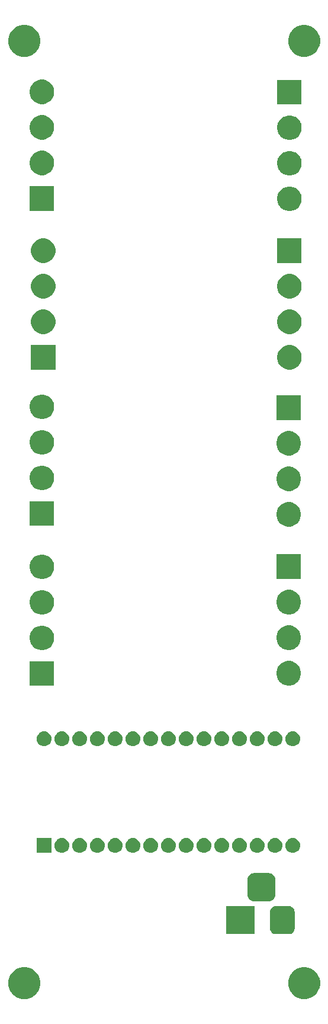
<source format=gbs>
G04 #@! TF.GenerationSoftware,KiCad,Pcbnew,(5.1.4)-1*
G04 #@! TF.CreationDate,2020-09-21T14:40:53+02:00*
G04 #@! TF.ProjectId,triggerbox,74726967-6765-4726-926f-782e6b696361,rev?*
G04 #@! TF.SameCoordinates,Original*
G04 #@! TF.FileFunction,Soldermask,Bot*
G04 #@! TF.FilePolarity,Negative*
%FSLAX46Y46*%
G04 Gerber Fmt 4.6, Leading zero omitted, Abs format (unit mm)*
G04 Created by KiCad (PCBNEW (5.1.4)-1) date 2020-09-21 14:40:53*
%MOMM*%
%LPD*%
G04 APERTURE LIST*
%ADD10C,0.150000*%
G04 APERTURE END LIST*
D10*
G36*
X92666801Y-161801849D02*
G01*
X93082825Y-161974172D01*
X93082827Y-161974173D01*
X93457240Y-162224348D01*
X93775652Y-162542760D01*
X94025827Y-162917173D01*
X94025828Y-162917175D01*
X94198151Y-163333199D01*
X94286000Y-163774847D01*
X94286000Y-164225153D01*
X94198151Y-164666801D01*
X94025828Y-165082825D01*
X94025827Y-165082827D01*
X93775652Y-165457240D01*
X93457240Y-165775652D01*
X93082827Y-166025827D01*
X93082826Y-166025828D01*
X93082825Y-166025828D01*
X92666801Y-166198151D01*
X92225153Y-166286000D01*
X91774847Y-166286000D01*
X91333199Y-166198151D01*
X90917175Y-166025828D01*
X90917174Y-166025828D01*
X90917173Y-166025827D01*
X90542760Y-165775652D01*
X90224348Y-165457240D01*
X89974173Y-165082827D01*
X89974172Y-165082825D01*
X89801849Y-164666801D01*
X89714000Y-164225153D01*
X89714000Y-163774847D01*
X89801849Y-163333199D01*
X89974172Y-162917175D01*
X89974173Y-162917173D01*
X90224348Y-162542760D01*
X90542760Y-162224348D01*
X90917173Y-161974173D01*
X90917175Y-161974172D01*
X91333199Y-161801849D01*
X91774847Y-161714000D01*
X92225153Y-161714000D01*
X92666801Y-161801849D01*
X92666801Y-161801849D01*
G37*
G36*
X52666801Y-161801849D02*
G01*
X53082825Y-161974172D01*
X53082827Y-161974173D01*
X53457240Y-162224348D01*
X53775652Y-162542760D01*
X54025827Y-162917173D01*
X54025828Y-162917175D01*
X54198151Y-163333199D01*
X54286000Y-163774847D01*
X54286000Y-164225153D01*
X54198151Y-164666801D01*
X54025828Y-165082825D01*
X54025827Y-165082827D01*
X53775652Y-165457240D01*
X53457240Y-165775652D01*
X53082827Y-166025827D01*
X53082826Y-166025828D01*
X53082825Y-166025828D01*
X52666801Y-166198151D01*
X52225153Y-166286000D01*
X51774847Y-166286000D01*
X51333199Y-166198151D01*
X50917175Y-166025828D01*
X50917174Y-166025828D01*
X50917173Y-166025827D01*
X50542760Y-165775652D01*
X50224348Y-165457240D01*
X49974173Y-165082827D01*
X49974172Y-165082825D01*
X49801849Y-164666801D01*
X49714000Y-164225153D01*
X49714000Y-163774847D01*
X49801849Y-163333199D01*
X49974172Y-162917175D01*
X49974173Y-162917173D01*
X50224348Y-162542760D01*
X50542760Y-162224348D01*
X50917173Y-161974173D01*
X50917175Y-161974172D01*
X51333199Y-161801849D01*
X51774847Y-161714000D01*
X52225153Y-161714000D01*
X52666801Y-161801849D01*
X52666801Y-161801849D01*
G37*
G36*
X89998281Y-153012243D02*
G01*
X90150967Y-153058560D01*
X90291675Y-153133770D01*
X90415011Y-153234989D01*
X90516230Y-153358325D01*
X90591440Y-153499033D01*
X90637757Y-153651719D01*
X90654000Y-153816640D01*
X90654000Y-156183360D01*
X90637757Y-156348281D01*
X90591440Y-156500967D01*
X90516230Y-156641675D01*
X90415011Y-156765011D01*
X90291675Y-156866230D01*
X90150967Y-156941440D01*
X89998281Y-156987757D01*
X89833360Y-157004000D01*
X87966640Y-157004000D01*
X87801719Y-156987757D01*
X87649033Y-156941440D01*
X87508325Y-156866230D01*
X87384989Y-156765011D01*
X87283770Y-156641675D01*
X87208560Y-156500967D01*
X87162243Y-156348281D01*
X87146000Y-156183360D01*
X87146000Y-153816640D01*
X87162243Y-153651719D01*
X87208560Y-153499033D01*
X87283770Y-153358325D01*
X87384989Y-153234989D01*
X87508325Y-153133770D01*
X87649033Y-153058560D01*
X87801719Y-153012243D01*
X87966640Y-152996000D01*
X89833360Y-152996000D01*
X89998281Y-153012243D01*
X89998281Y-153012243D01*
G37*
G36*
X84904000Y-157004000D02*
G01*
X80896000Y-157004000D01*
X80896000Y-152996000D01*
X84904000Y-152996000D01*
X84904000Y-157004000D01*
X84904000Y-157004000D01*
G37*
G36*
X87147667Y-148314645D02*
G01*
X87323803Y-148368075D01*
X87486121Y-148454836D01*
X87628399Y-148571601D01*
X87745164Y-148713879D01*
X87831925Y-148876197D01*
X87885355Y-149052333D01*
X87904000Y-149241640D01*
X87904000Y-151358360D01*
X87885355Y-151547667D01*
X87831925Y-151723803D01*
X87745164Y-151886121D01*
X87628399Y-152028399D01*
X87486121Y-152145164D01*
X87323803Y-152231925D01*
X87147667Y-152285355D01*
X86958360Y-152304000D01*
X84841640Y-152304000D01*
X84652333Y-152285355D01*
X84476197Y-152231925D01*
X84313879Y-152145164D01*
X84171601Y-152028399D01*
X84054836Y-151886121D01*
X83968075Y-151723803D01*
X83914645Y-151547667D01*
X83896000Y-151358360D01*
X83896000Y-149241640D01*
X83914645Y-149052333D01*
X83968075Y-148876197D01*
X84054836Y-148713879D01*
X84171601Y-148571601D01*
X84313879Y-148454836D01*
X84476197Y-148368075D01*
X84652333Y-148314645D01*
X84841640Y-148296000D01*
X86958360Y-148296000D01*
X87147667Y-148314645D01*
X87147667Y-148314645D01*
G37*
G36*
X72703388Y-143291084D02*
G01*
X72806620Y-143301251D01*
X73005300Y-143361520D01*
X73005303Y-143361521D01*
X73188403Y-143459390D01*
X73348897Y-143591103D01*
X73480610Y-143751597D01*
X73578479Y-143934697D01*
X73578480Y-143934700D01*
X73638749Y-144133380D01*
X73659099Y-144340000D01*
X73638749Y-144546620D01*
X73578480Y-144745300D01*
X73578479Y-144745303D01*
X73480610Y-144928403D01*
X73348897Y-145088897D01*
X73188403Y-145220610D01*
X73005303Y-145318479D01*
X73005300Y-145318480D01*
X72806620Y-145378749D01*
X72703388Y-145388916D01*
X72651773Y-145394000D01*
X72548227Y-145394000D01*
X72496612Y-145388916D01*
X72393380Y-145378749D01*
X72194700Y-145318480D01*
X72194697Y-145318479D01*
X72011597Y-145220610D01*
X71851103Y-145088897D01*
X71719390Y-144928403D01*
X71621521Y-144745303D01*
X71621520Y-144745300D01*
X71561251Y-144546620D01*
X71540901Y-144340000D01*
X71561251Y-144133380D01*
X71621520Y-143934700D01*
X71621521Y-143934697D01*
X71719390Y-143751597D01*
X71851103Y-143591103D01*
X72011597Y-143459390D01*
X72194697Y-143361521D01*
X72194700Y-143361520D01*
X72393380Y-143301251D01*
X72496612Y-143291084D01*
X72548227Y-143286000D01*
X72651773Y-143286000D01*
X72703388Y-143291084D01*
X72703388Y-143291084D01*
G37*
G36*
X90483388Y-143291084D02*
G01*
X90586620Y-143301251D01*
X90785300Y-143361520D01*
X90785303Y-143361521D01*
X90968403Y-143459390D01*
X91128897Y-143591103D01*
X91260610Y-143751597D01*
X91358479Y-143934697D01*
X91358480Y-143934700D01*
X91418749Y-144133380D01*
X91439099Y-144340000D01*
X91418749Y-144546620D01*
X91358480Y-144745300D01*
X91358479Y-144745303D01*
X91260610Y-144928403D01*
X91128897Y-145088897D01*
X90968403Y-145220610D01*
X90785303Y-145318479D01*
X90785300Y-145318480D01*
X90586620Y-145378749D01*
X90483388Y-145388916D01*
X90431773Y-145394000D01*
X90328227Y-145394000D01*
X90276612Y-145388916D01*
X90173380Y-145378749D01*
X89974700Y-145318480D01*
X89974697Y-145318479D01*
X89791597Y-145220610D01*
X89631103Y-145088897D01*
X89499390Y-144928403D01*
X89401521Y-144745303D01*
X89401520Y-144745300D01*
X89341251Y-144546620D01*
X89320901Y-144340000D01*
X89341251Y-144133380D01*
X89401520Y-143934700D01*
X89401521Y-143934697D01*
X89499390Y-143751597D01*
X89631103Y-143591103D01*
X89791597Y-143459390D01*
X89974697Y-143361521D01*
X89974700Y-143361520D01*
X90173380Y-143301251D01*
X90276612Y-143291084D01*
X90328227Y-143286000D01*
X90431773Y-143286000D01*
X90483388Y-143291084D01*
X90483388Y-143291084D01*
G37*
G36*
X87943388Y-143291084D02*
G01*
X88046620Y-143301251D01*
X88245300Y-143361520D01*
X88245303Y-143361521D01*
X88428403Y-143459390D01*
X88588897Y-143591103D01*
X88720610Y-143751597D01*
X88818479Y-143934697D01*
X88818480Y-143934700D01*
X88878749Y-144133380D01*
X88899099Y-144340000D01*
X88878749Y-144546620D01*
X88818480Y-144745300D01*
X88818479Y-144745303D01*
X88720610Y-144928403D01*
X88588897Y-145088897D01*
X88428403Y-145220610D01*
X88245303Y-145318479D01*
X88245300Y-145318480D01*
X88046620Y-145378749D01*
X87943388Y-145388916D01*
X87891773Y-145394000D01*
X87788227Y-145394000D01*
X87736612Y-145388916D01*
X87633380Y-145378749D01*
X87434700Y-145318480D01*
X87434697Y-145318479D01*
X87251597Y-145220610D01*
X87091103Y-145088897D01*
X86959390Y-144928403D01*
X86861521Y-144745303D01*
X86861520Y-144745300D01*
X86801251Y-144546620D01*
X86780901Y-144340000D01*
X86801251Y-144133380D01*
X86861520Y-143934700D01*
X86861521Y-143934697D01*
X86959390Y-143751597D01*
X87091103Y-143591103D01*
X87251597Y-143459390D01*
X87434697Y-143361521D01*
X87434700Y-143361520D01*
X87633380Y-143301251D01*
X87736612Y-143291084D01*
X87788227Y-143286000D01*
X87891773Y-143286000D01*
X87943388Y-143291084D01*
X87943388Y-143291084D01*
G37*
G36*
X85403388Y-143291084D02*
G01*
X85506620Y-143301251D01*
X85705300Y-143361520D01*
X85705303Y-143361521D01*
X85888403Y-143459390D01*
X86048897Y-143591103D01*
X86180610Y-143751597D01*
X86278479Y-143934697D01*
X86278480Y-143934700D01*
X86338749Y-144133380D01*
X86359099Y-144340000D01*
X86338749Y-144546620D01*
X86278480Y-144745300D01*
X86278479Y-144745303D01*
X86180610Y-144928403D01*
X86048897Y-145088897D01*
X85888403Y-145220610D01*
X85705303Y-145318479D01*
X85705300Y-145318480D01*
X85506620Y-145378749D01*
X85403388Y-145388916D01*
X85351773Y-145394000D01*
X85248227Y-145394000D01*
X85196612Y-145388916D01*
X85093380Y-145378749D01*
X84894700Y-145318480D01*
X84894697Y-145318479D01*
X84711597Y-145220610D01*
X84551103Y-145088897D01*
X84419390Y-144928403D01*
X84321521Y-144745303D01*
X84321520Y-144745300D01*
X84261251Y-144546620D01*
X84240901Y-144340000D01*
X84261251Y-144133380D01*
X84321520Y-143934700D01*
X84321521Y-143934697D01*
X84419390Y-143751597D01*
X84551103Y-143591103D01*
X84711597Y-143459390D01*
X84894697Y-143361521D01*
X84894700Y-143361520D01*
X85093380Y-143301251D01*
X85196612Y-143291084D01*
X85248227Y-143286000D01*
X85351773Y-143286000D01*
X85403388Y-143291084D01*
X85403388Y-143291084D01*
G37*
G36*
X82863388Y-143291084D02*
G01*
X82966620Y-143301251D01*
X83165300Y-143361520D01*
X83165303Y-143361521D01*
X83348403Y-143459390D01*
X83508897Y-143591103D01*
X83640610Y-143751597D01*
X83738479Y-143934697D01*
X83738480Y-143934700D01*
X83798749Y-144133380D01*
X83819099Y-144340000D01*
X83798749Y-144546620D01*
X83738480Y-144745300D01*
X83738479Y-144745303D01*
X83640610Y-144928403D01*
X83508897Y-145088897D01*
X83348403Y-145220610D01*
X83165303Y-145318479D01*
X83165300Y-145318480D01*
X82966620Y-145378749D01*
X82863388Y-145388916D01*
X82811773Y-145394000D01*
X82708227Y-145394000D01*
X82656612Y-145388916D01*
X82553380Y-145378749D01*
X82354700Y-145318480D01*
X82354697Y-145318479D01*
X82171597Y-145220610D01*
X82011103Y-145088897D01*
X81879390Y-144928403D01*
X81781521Y-144745303D01*
X81781520Y-144745300D01*
X81721251Y-144546620D01*
X81700901Y-144340000D01*
X81721251Y-144133380D01*
X81781520Y-143934700D01*
X81781521Y-143934697D01*
X81879390Y-143751597D01*
X82011103Y-143591103D01*
X82171597Y-143459390D01*
X82354697Y-143361521D01*
X82354700Y-143361520D01*
X82553380Y-143301251D01*
X82656612Y-143291084D01*
X82708227Y-143286000D01*
X82811773Y-143286000D01*
X82863388Y-143291084D01*
X82863388Y-143291084D01*
G37*
G36*
X77783388Y-143291084D02*
G01*
X77886620Y-143301251D01*
X78085300Y-143361520D01*
X78085303Y-143361521D01*
X78268403Y-143459390D01*
X78428897Y-143591103D01*
X78560610Y-143751597D01*
X78658479Y-143934697D01*
X78658480Y-143934700D01*
X78718749Y-144133380D01*
X78739099Y-144340000D01*
X78718749Y-144546620D01*
X78658480Y-144745300D01*
X78658479Y-144745303D01*
X78560610Y-144928403D01*
X78428897Y-145088897D01*
X78268403Y-145220610D01*
X78085303Y-145318479D01*
X78085300Y-145318480D01*
X77886620Y-145378749D01*
X77783388Y-145388916D01*
X77731773Y-145394000D01*
X77628227Y-145394000D01*
X77576612Y-145388916D01*
X77473380Y-145378749D01*
X77274700Y-145318480D01*
X77274697Y-145318479D01*
X77091597Y-145220610D01*
X76931103Y-145088897D01*
X76799390Y-144928403D01*
X76701521Y-144745303D01*
X76701520Y-144745300D01*
X76641251Y-144546620D01*
X76620901Y-144340000D01*
X76641251Y-144133380D01*
X76701520Y-143934700D01*
X76701521Y-143934697D01*
X76799390Y-143751597D01*
X76931103Y-143591103D01*
X77091597Y-143459390D01*
X77274697Y-143361521D01*
X77274700Y-143361520D01*
X77473380Y-143301251D01*
X77576612Y-143291084D01*
X77628227Y-143286000D01*
X77731773Y-143286000D01*
X77783388Y-143291084D01*
X77783388Y-143291084D01*
G37*
G36*
X75243388Y-143291084D02*
G01*
X75346620Y-143301251D01*
X75545300Y-143361520D01*
X75545303Y-143361521D01*
X75728403Y-143459390D01*
X75888897Y-143591103D01*
X76020610Y-143751597D01*
X76118479Y-143934697D01*
X76118480Y-143934700D01*
X76178749Y-144133380D01*
X76199099Y-144340000D01*
X76178749Y-144546620D01*
X76118480Y-144745300D01*
X76118479Y-144745303D01*
X76020610Y-144928403D01*
X75888897Y-145088897D01*
X75728403Y-145220610D01*
X75545303Y-145318479D01*
X75545300Y-145318480D01*
X75346620Y-145378749D01*
X75243388Y-145388916D01*
X75191773Y-145394000D01*
X75088227Y-145394000D01*
X75036612Y-145388916D01*
X74933380Y-145378749D01*
X74734700Y-145318480D01*
X74734697Y-145318479D01*
X74551597Y-145220610D01*
X74391103Y-145088897D01*
X74259390Y-144928403D01*
X74161521Y-144745303D01*
X74161520Y-144745300D01*
X74101251Y-144546620D01*
X74080901Y-144340000D01*
X74101251Y-144133380D01*
X74161520Y-143934700D01*
X74161521Y-143934697D01*
X74259390Y-143751597D01*
X74391103Y-143591103D01*
X74551597Y-143459390D01*
X74734697Y-143361521D01*
X74734700Y-143361520D01*
X74933380Y-143301251D01*
X75036612Y-143291084D01*
X75088227Y-143286000D01*
X75191773Y-143286000D01*
X75243388Y-143291084D01*
X75243388Y-143291084D01*
G37*
G36*
X70163388Y-143291084D02*
G01*
X70266620Y-143301251D01*
X70465300Y-143361520D01*
X70465303Y-143361521D01*
X70648403Y-143459390D01*
X70808897Y-143591103D01*
X70940610Y-143751597D01*
X71038479Y-143934697D01*
X71038480Y-143934700D01*
X71098749Y-144133380D01*
X71119099Y-144340000D01*
X71098749Y-144546620D01*
X71038480Y-144745300D01*
X71038479Y-144745303D01*
X70940610Y-144928403D01*
X70808897Y-145088897D01*
X70648403Y-145220610D01*
X70465303Y-145318479D01*
X70465300Y-145318480D01*
X70266620Y-145378749D01*
X70163388Y-145388916D01*
X70111773Y-145394000D01*
X70008227Y-145394000D01*
X69956612Y-145388916D01*
X69853380Y-145378749D01*
X69654700Y-145318480D01*
X69654697Y-145318479D01*
X69471597Y-145220610D01*
X69311103Y-145088897D01*
X69179390Y-144928403D01*
X69081521Y-144745303D01*
X69081520Y-144745300D01*
X69021251Y-144546620D01*
X69000901Y-144340000D01*
X69021251Y-144133380D01*
X69081520Y-143934700D01*
X69081521Y-143934697D01*
X69179390Y-143751597D01*
X69311103Y-143591103D01*
X69471597Y-143459390D01*
X69654697Y-143361521D01*
X69654700Y-143361520D01*
X69853380Y-143301251D01*
X69956612Y-143291084D01*
X70008227Y-143286000D01*
X70111773Y-143286000D01*
X70163388Y-143291084D01*
X70163388Y-143291084D01*
G37*
G36*
X67623388Y-143291084D02*
G01*
X67726620Y-143301251D01*
X67925300Y-143361520D01*
X67925303Y-143361521D01*
X68108403Y-143459390D01*
X68268897Y-143591103D01*
X68400610Y-143751597D01*
X68498479Y-143934697D01*
X68498480Y-143934700D01*
X68558749Y-144133380D01*
X68579099Y-144340000D01*
X68558749Y-144546620D01*
X68498480Y-144745300D01*
X68498479Y-144745303D01*
X68400610Y-144928403D01*
X68268897Y-145088897D01*
X68108403Y-145220610D01*
X67925303Y-145318479D01*
X67925300Y-145318480D01*
X67726620Y-145378749D01*
X67623388Y-145388916D01*
X67571773Y-145394000D01*
X67468227Y-145394000D01*
X67416612Y-145388916D01*
X67313380Y-145378749D01*
X67114700Y-145318480D01*
X67114697Y-145318479D01*
X66931597Y-145220610D01*
X66771103Y-145088897D01*
X66639390Y-144928403D01*
X66541521Y-144745303D01*
X66541520Y-144745300D01*
X66481251Y-144546620D01*
X66460901Y-144340000D01*
X66481251Y-144133380D01*
X66541520Y-143934700D01*
X66541521Y-143934697D01*
X66639390Y-143751597D01*
X66771103Y-143591103D01*
X66931597Y-143459390D01*
X67114697Y-143361521D01*
X67114700Y-143361520D01*
X67313380Y-143301251D01*
X67416612Y-143291084D01*
X67468227Y-143286000D01*
X67571773Y-143286000D01*
X67623388Y-143291084D01*
X67623388Y-143291084D01*
G37*
G36*
X65083388Y-143291084D02*
G01*
X65186620Y-143301251D01*
X65385300Y-143361520D01*
X65385303Y-143361521D01*
X65568403Y-143459390D01*
X65728897Y-143591103D01*
X65860610Y-143751597D01*
X65958479Y-143934697D01*
X65958480Y-143934700D01*
X66018749Y-144133380D01*
X66039099Y-144340000D01*
X66018749Y-144546620D01*
X65958480Y-144745300D01*
X65958479Y-144745303D01*
X65860610Y-144928403D01*
X65728897Y-145088897D01*
X65568403Y-145220610D01*
X65385303Y-145318479D01*
X65385300Y-145318480D01*
X65186620Y-145378749D01*
X65083388Y-145388916D01*
X65031773Y-145394000D01*
X64928227Y-145394000D01*
X64876612Y-145388916D01*
X64773380Y-145378749D01*
X64574700Y-145318480D01*
X64574697Y-145318479D01*
X64391597Y-145220610D01*
X64231103Y-145088897D01*
X64099390Y-144928403D01*
X64001521Y-144745303D01*
X64001520Y-144745300D01*
X63941251Y-144546620D01*
X63920901Y-144340000D01*
X63941251Y-144133380D01*
X64001520Y-143934700D01*
X64001521Y-143934697D01*
X64099390Y-143751597D01*
X64231103Y-143591103D01*
X64391597Y-143459390D01*
X64574697Y-143361521D01*
X64574700Y-143361520D01*
X64773380Y-143301251D01*
X64876612Y-143291084D01*
X64928227Y-143286000D01*
X65031773Y-143286000D01*
X65083388Y-143291084D01*
X65083388Y-143291084D01*
G37*
G36*
X62543388Y-143291084D02*
G01*
X62646620Y-143301251D01*
X62845300Y-143361520D01*
X62845303Y-143361521D01*
X63028403Y-143459390D01*
X63188897Y-143591103D01*
X63320610Y-143751597D01*
X63418479Y-143934697D01*
X63418480Y-143934700D01*
X63478749Y-144133380D01*
X63499099Y-144340000D01*
X63478749Y-144546620D01*
X63418480Y-144745300D01*
X63418479Y-144745303D01*
X63320610Y-144928403D01*
X63188897Y-145088897D01*
X63028403Y-145220610D01*
X62845303Y-145318479D01*
X62845300Y-145318480D01*
X62646620Y-145378749D01*
X62543388Y-145388916D01*
X62491773Y-145394000D01*
X62388227Y-145394000D01*
X62336612Y-145388916D01*
X62233380Y-145378749D01*
X62034700Y-145318480D01*
X62034697Y-145318479D01*
X61851597Y-145220610D01*
X61691103Y-145088897D01*
X61559390Y-144928403D01*
X61461521Y-144745303D01*
X61461520Y-144745300D01*
X61401251Y-144546620D01*
X61380901Y-144340000D01*
X61401251Y-144133380D01*
X61461520Y-143934700D01*
X61461521Y-143934697D01*
X61559390Y-143751597D01*
X61691103Y-143591103D01*
X61851597Y-143459390D01*
X62034697Y-143361521D01*
X62034700Y-143361520D01*
X62233380Y-143301251D01*
X62336612Y-143291084D01*
X62388227Y-143286000D01*
X62491773Y-143286000D01*
X62543388Y-143291084D01*
X62543388Y-143291084D01*
G37*
G36*
X80323388Y-143291084D02*
G01*
X80426620Y-143301251D01*
X80625300Y-143361520D01*
X80625303Y-143361521D01*
X80808403Y-143459390D01*
X80968897Y-143591103D01*
X81100610Y-143751597D01*
X81198479Y-143934697D01*
X81198480Y-143934700D01*
X81258749Y-144133380D01*
X81279099Y-144340000D01*
X81258749Y-144546620D01*
X81198480Y-144745300D01*
X81198479Y-144745303D01*
X81100610Y-144928403D01*
X80968897Y-145088897D01*
X80808403Y-145220610D01*
X80625303Y-145318479D01*
X80625300Y-145318480D01*
X80426620Y-145378749D01*
X80323388Y-145388916D01*
X80271773Y-145394000D01*
X80168227Y-145394000D01*
X80116612Y-145388916D01*
X80013380Y-145378749D01*
X79814700Y-145318480D01*
X79814697Y-145318479D01*
X79631597Y-145220610D01*
X79471103Y-145088897D01*
X79339390Y-144928403D01*
X79241521Y-144745303D01*
X79241520Y-144745300D01*
X79181251Y-144546620D01*
X79160901Y-144340000D01*
X79181251Y-144133380D01*
X79241520Y-143934700D01*
X79241521Y-143934697D01*
X79339390Y-143751597D01*
X79471103Y-143591103D01*
X79631597Y-143459390D01*
X79814697Y-143361521D01*
X79814700Y-143361520D01*
X80013380Y-143301251D01*
X80116612Y-143291084D01*
X80168227Y-143286000D01*
X80271773Y-143286000D01*
X80323388Y-143291084D01*
X80323388Y-143291084D01*
G37*
G36*
X57463388Y-143291084D02*
G01*
X57566620Y-143301251D01*
X57765300Y-143361520D01*
X57765303Y-143361521D01*
X57948403Y-143459390D01*
X58108897Y-143591103D01*
X58240610Y-143751597D01*
X58338479Y-143934697D01*
X58338480Y-143934700D01*
X58398749Y-144133380D01*
X58419099Y-144340000D01*
X58398749Y-144546620D01*
X58338480Y-144745300D01*
X58338479Y-144745303D01*
X58240610Y-144928403D01*
X58108897Y-145088897D01*
X57948403Y-145220610D01*
X57765303Y-145318479D01*
X57765300Y-145318480D01*
X57566620Y-145378749D01*
X57463388Y-145388916D01*
X57411773Y-145394000D01*
X57308227Y-145394000D01*
X57256612Y-145388916D01*
X57153380Y-145378749D01*
X56954700Y-145318480D01*
X56954697Y-145318479D01*
X56771597Y-145220610D01*
X56611103Y-145088897D01*
X56479390Y-144928403D01*
X56381521Y-144745303D01*
X56381520Y-144745300D01*
X56321251Y-144546620D01*
X56300901Y-144340000D01*
X56321251Y-144133380D01*
X56381520Y-143934700D01*
X56381521Y-143934697D01*
X56479390Y-143751597D01*
X56611103Y-143591103D01*
X56771597Y-143459390D01*
X56954697Y-143361521D01*
X56954700Y-143361520D01*
X57153380Y-143301251D01*
X57256612Y-143291084D01*
X57308227Y-143286000D01*
X57411773Y-143286000D01*
X57463388Y-143291084D01*
X57463388Y-143291084D01*
G37*
G36*
X60003388Y-143291084D02*
G01*
X60106620Y-143301251D01*
X60305300Y-143361520D01*
X60305303Y-143361521D01*
X60488403Y-143459390D01*
X60648897Y-143591103D01*
X60780610Y-143751597D01*
X60878479Y-143934697D01*
X60878480Y-143934700D01*
X60938749Y-144133380D01*
X60959099Y-144340000D01*
X60938749Y-144546620D01*
X60878480Y-144745300D01*
X60878479Y-144745303D01*
X60780610Y-144928403D01*
X60648897Y-145088897D01*
X60488403Y-145220610D01*
X60305303Y-145318479D01*
X60305300Y-145318480D01*
X60106620Y-145378749D01*
X60003388Y-145388916D01*
X59951773Y-145394000D01*
X59848227Y-145394000D01*
X59796612Y-145388916D01*
X59693380Y-145378749D01*
X59494700Y-145318480D01*
X59494697Y-145318479D01*
X59311597Y-145220610D01*
X59151103Y-145088897D01*
X59019390Y-144928403D01*
X58921521Y-144745303D01*
X58921520Y-144745300D01*
X58861251Y-144546620D01*
X58840901Y-144340000D01*
X58861251Y-144133380D01*
X58921520Y-143934700D01*
X58921521Y-143934697D01*
X59019390Y-143751597D01*
X59151103Y-143591103D01*
X59311597Y-143459390D01*
X59494697Y-143361521D01*
X59494700Y-143361520D01*
X59693380Y-143301251D01*
X59796612Y-143291084D01*
X59848227Y-143286000D01*
X59951773Y-143286000D01*
X60003388Y-143291084D01*
X60003388Y-143291084D01*
G37*
G36*
X55874000Y-145394000D02*
G01*
X53766000Y-145394000D01*
X53766000Y-143286000D01*
X55874000Y-143286000D01*
X55874000Y-145394000D01*
X55874000Y-145394000D01*
G37*
G36*
X54923388Y-128051084D02*
G01*
X55026620Y-128061251D01*
X55225300Y-128121520D01*
X55225303Y-128121521D01*
X55408403Y-128219390D01*
X55568897Y-128351103D01*
X55700610Y-128511597D01*
X55798479Y-128694697D01*
X55798480Y-128694700D01*
X55858749Y-128893380D01*
X55879099Y-129100000D01*
X55858749Y-129306620D01*
X55798480Y-129505300D01*
X55798479Y-129505303D01*
X55700610Y-129688403D01*
X55568897Y-129848897D01*
X55408403Y-129980610D01*
X55225303Y-130078479D01*
X55225300Y-130078480D01*
X55026620Y-130138749D01*
X54923388Y-130148916D01*
X54871773Y-130154000D01*
X54768227Y-130154000D01*
X54716612Y-130148916D01*
X54613380Y-130138749D01*
X54414700Y-130078480D01*
X54414697Y-130078479D01*
X54231597Y-129980610D01*
X54071103Y-129848897D01*
X53939390Y-129688403D01*
X53841521Y-129505303D01*
X53841520Y-129505300D01*
X53781251Y-129306620D01*
X53760901Y-129100000D01*
X53781251Y-128893380D01*
X53841520Y-128694700D01*
X53841521Y-128694697D01*
X53939390Y-128511597D01*
X54071103Y-128351103D01*
X54231597Y-128219390D01*
X54414697Y-128121521D01*
X54414700Y-128121520D01*
X54613380Y-128061251D01*
X54716612Y-128051084D01*
X54768227Y-128046000D01*
X54871773Y-128046000D01*
X54923388Y-128051084D01*
X54923388Y-128051084D01*
G37*
G36*
X57463388Y-128051084D02*
G01*
X57566620Y-128061251D01*
X57765300Y-128121520D01*
X57765303Y-128121521D01*
X57948403Y-128219390D01*
X58108897Y-128351103D01*
X58240610Y-128511597D01*
X58338479Y-128694697D01*
X58338480Y-128694700D01*
X58398749Y-128893380D01*
X58419099Y-129100000D01*
X58398749Y-129306620D01*
X58338480Y-129505300D01*
X58338479Y-129505303D01*
X58240610Y-129688403D01*
X58108897Y-129848897D01*
X57948403Y-129980610D01*
X57765303Y-130078479D01*
X57765300Y-130078480D01*
X57566620Y-130138749D01*
X57463388Y-130148916D01*
X57411773Y-130154000D01*
X57308227Y-130154000D01*
X57256612Y-130148916D01*
X57153380Y-130138749D01*
X56954700Y-130078480D01*
X56954697Y-130078479D01*
X56771597Y-129980610D01*
X56611103Y-129848897D01*
X56479390Y-129688403D01*
X56381521Y-129505303D01*
X56381520Y-129505300D01*
X56321251Y-129306620D01*
X56300901Y-129100000D01*
X56321251Y-128893380D01*
X56381520Y-128694700D01*
X56381521Y-128694697D01*
X56479390Y-128511597D01*
X56611103Y-128351103D01*
X56771597Y-128219390D01*
X56954697Y-128121521D01*
X56954700Y-128121520D01*
X57153380Y-128061251D01*
X57256612Y-128051084D01*
X57308227Y-128046000D01*
X57411773Y-128046000D01*
X57463388Y-128051084D01*
X57463388Y-128051084D01*
G37*
G36*
X60003388Y-128051084D02*
G01*
X60106620Y-128061251D01*
X60305300Y-128121520D01*
X60305303Y-128121521D01*
X60488403Y-128219390D01*
X60648897Y-128351103D01*
X60780610Y-128511597D01*
X60878479Y-128694697D01*
X60878480Y-128694700D01*
X60938749Y-128893380D01*
X60959099Y-129100000D01*
X60938749Y-129306620D01*
X60878480Y-129505300D01*
X60878479Y-129505303D01*
X60780610Y-129688403D01*
X60648897Y-129848897D01*
X60488403Y-129980610D01*
X60305303Y-130078479D01*
X60305300Y-130078480D01*
X60106620Y-130138749D01*
X60003388Y-130148916D01*
X59951773Y-130154000D01*
X59848227Y-130154000D01*
X59796612Y-130148916D01*
X59693380Y-130138749D01*
X59494700Y-130078480D01*
X59494697Y-130078479D01*
X59311597Y-129980610D01*
X59151103Y-129848897D01*
X59019390Y-129688403D01*
X58921521Y-129505303D01*
X58921520Y-129505300D01*
X58861251Y-129306620D01*
X58840901Y-129100000D01*
X58861251Y-128893380D01*
X58921520Y-128694700D01*
X58921521Y-128694697D01*
X59019390Y-128511597D01*
X59151103Y-128351103D01*
X59311597Y-128219390D01*
X59494697Y-128121521D01*
X59494700Y-128121520D01*
X59693380Y-128061251D01*
X59796612Y-128051084D01*
X59848227Y-128046000D01*
X59951773Y-128046000D01*
X60003388Y-128051084D01*
X60003388Y-128051084D01*
G37*
G36*
X62543388Y-128051084D02*
G01*
X62646620Y-128061251D01*
X62845300Y-128121520D01*
X62845303Y-128121521D01*
X63028403Y-128219390D01*
X63188897Y-128351103D01*
X63320610Y-128511597D01*
X63418479Y-128694697D01*
X63418480Y-128694700D01*
X63478749Y-128893380D01*
X63499099Y-129100000D01*
X63478749Y-129306620D01*
X63418480Y-129505300D01*
X63418479Y-129505303D01*
X63320610Y-129688403D01*
X63188897Y-129848897D01*
X63028403Y-129980610D01*
X62845303Y-130078479D01*
X62845300Y-130078480D01*
X62646620Y-130138749D01*
X62543388Y-130148916D01*
X62491773Y-130154000D01*
X62388227Y-130154000D01*
X62336612Y-130148916D01*
X62233380Y-130138749D01*
X62034700Y-130078480D01*
X62034697Y-130078479D01*
X61851597Y-129980610D01*
X61691103Y-129848897D01*
X61559390Y-129688403D01*
X61461521Y-129505303D01*
X61461520Y-129505300D01*
X61401251Y-129306620D01*
X61380901Y-129100000D01*
X61401251Y-128893380D01*
X61461520Y-128694700D01*
X61461521Y-128694697D01*
X61559390Y-128511597D01*
X61691103Y-128351103D01*
X61851597Y-128219390D01*
X62034697Y-128121521D01*
X62034700Y-128121520D01*
X62233380Y-128061251D01*
X62336612Y-128051084D01*
X62388227Y-128046000D01*
X62491773Y-128046000D01*
X62543388Y-128051084D01*
X62543388Y-128051084D01*
G37*
G36*
X90483388Y-128051084D02*
G01*
X90586620Y-128061251D01*
X90785300Y-128121520D01*
X90785303Y-128121521D01*
X90968403Y-128219390D01*
X91128897Y-128351103D01*
X91260610Y-128511597D01*
X91358479Y-128694697D01*
X91358480Y-128694700D01*
X91418749Y-128893380D01*
X91439099Y-129100000D01*
X91418749Y-129306620D01*
X91358480Y-129505300D01*
X91358479Y-129505303D01*
X91260610Y-129688403D01*
X91128897Y-129848897D01*
X90968403Y-129980610D01*
X90785303Y-130078479D01*
X90785300Y-130078480D01*
X90586620Y-130138749D01*
X90483388Y-130148916D01*
X90431773Y-130154000D01*
X90328227Y-130154000D01*
X90276612Y-130148916D01*
X90173380Y-130138749D01*
X89974700Y-130078480D01*
X89974697Y-130078479D01*
X89791597Y-129980610D01*
X89631103Y-129848897D01*
X89499390Y-129688403D01*
X89401521Y-129505303D01*
X89401520Y-129505300D01*
X89341251Y-129306620D01*
X89320901Y-129100000D01*
X89341251Y-128893380D01*
X89401520Y-128694700D01*
X89401521Y-128694697D01*
X89499390Y-128511597D01*
X89631103Y-128351103D01*
X89791597Y-128219390D01*
X89974697Y-128121521D01*
X89974700Y-128121520D01*
X90173380Y-128061251D01*
X90276612Y-128051084D01*
X90328227Y-128046000D01*
X90431773Y-128046000D01*
X90483388Y-128051084D01*
X90483388Y-128051084D01*
G37*
G36*
X65083388Y-128051084D02*
G01*
X65186620Y-128061251D01*
X65385300Y-128121520D01*
X65385303Y-128121521D01*
X65568403Y-128219390D01*
X65728897Y-128351103D01*
X65860610Y-128511597D01*
X65958479Y-128694697D01*
X65958480Y-128694700D01*
X66018749Y-128893380D01*
X66039099Y-129100000D01*
X66018749Y-129306620D01*
X65958480Y-129505300D01*
X65958479Y-129505303D01*
X65860610Y-129688403D01*
X65728897Y-129848897D01*
X65568403Y-129980610D01*
X65385303Y-130078479D01*
X65385300Y-130078480D01*
X65186620Y-130138749D01*
X65083388Y-130148916D01*
X65031773Y-130154000D01*
X64928227Y-130154000D01*
X64876612Y-130148916D01*
X64773380Y-130138749D01*
X64574700Y-130078480D01*
X64574697Y-130078479D01*
X64391597Y-129980610D01*
X64231103Y-129848897D01*
X64099390Y-129688403D01*
X64001521Y-129505303D01*
X64001520Y-129505300D01*
X63941251Y-129306620D01*
X63920901Y-129100000D01*
X63941251Y-128893380D01*
X64001520Y-128694700D01*
X64001521Y-128694697D01*
X64099390Y-128511597D01*
X64231103Y-128351103D01*
X64391597Y-128219390D01*
X64574697Y-128121521D01*
X64574700Y-128121520D01*
X64773380Y-128061251D01*
X64876612Y-128051084D01*
X64928227Y-128046000D01*
X65031773Y-128046000D01*
X65083388Y-128051084D01*
X65083388Y-128051084D01*
G37*
G36*
X87943388Y-128051084D02*
G01*
X88046620Y-128061251D01*
X88245300Y-128121520D01*
X88245303Y-128121521D01*
X88428403Y-128219390D01*
X88588897Y-128351103D01*
X88720610Y-128511597D01*
X88818479Y-128694697D01*
X88818480Y-128694700D01*
X88878749Y-128893380D01*
X88899099Y-129100000D01*
X88878749Y-129306620D01*
X88818480Y-129505300D01*
X88818479Y-129505303D01*
X88720610Y-129688403D01*
X88588897Y-129848897D01*
X88428403Y-129980610D01*
X88245303Y-130078479D01*
X88245300Y-130078480D01*
X88046620Y-130138749D01*
X87943388Y-130148916D01*
X87891773Y-130154000D01*
X87788227Y-130154000D01*
X87736612Y-130148916D01*
X87633380Y-130138749D01*
X87434700Y-130078480D01*
X87434697Y-130078479D01*
X87251597Y-129980610D01*
X87091103Y-129848897D01*
X86959390Y-129688403D01*
X86861521Y-129505303D01*
X86861520Y-129505300D01*
X86801251Y-129306620D01*
X86780901Y-129100000D01*
X86801251Y-128893380D01*
X86861520Y-128694700D01*
X86861521Y-128694697D01*
X86959390Y-128511597D01*
X87091103Y-128351103D01*
X87251597Y-128219390D01*
X87434697Y-128121521D01*
X87434700Y-128121520D01*
X87633380Y-128061251D01*
X87736612Y-128051084D01*
X87788227Y-128046000D01*
X87891773Y-128046000D01*
X87943388Y-128051084D01*
X87943388Y-128051084D01*
G37*
G36*
X72703388Y-128051084D02*
G01*
X72806620Y-128061251D01*
X73005300Y-128121520D01*
X73005303Y-128121521D01*
X73188403Y-128219390D01*
X73348897Y-128351103D01*
X73480610Y-128511597D01*
X73578479Y-128694697D01*
X73578480Y-128694700D01*
X73638749Y-128893380D01*
X73659099Y-129100000D01*
X73638749Y-129306620D01*
X73578480Y-129505300D01*
X73578479Y-129505303D01*
X73480610Y-129688403D01*
X73348897Y-129848897D01*
X73188403Y-129980610D01*
X73005303Y-130078479D01*
X73005300Y-130078480D01*
X72806620Y-130138749D01*
X72703388Y-130148916D01*
X72651773Y-130154000D01*
X72548227Y-130154000D01*
X72496612Y-130148916D01*
X72393380Y-130138749D01*
X72194700Y-130078480D01*
X72194697Y-130078479D01*
X72011597Y-129980610D01*
X71851103Y-129848897D01*
X71719390Y-129688403D01*
X71621521Y-129505303D01*
X71621520Y-129505300D01*
X71561251Y-129306620D01*
X71540901Y-129100000D01*
X71561251Y-128893380D01*
X71621520Y-128694700D01*
X71621521Y-128694697D01*
X71719390Y-128511597D01*
X71851103Y-128351103D01*
X72011597Y-128219390D01*
X72194697Y-128121521D01*
X72194700Y-128121520D01*
X72393380Y-128061251D01*
X72496612Y-128051084D01*
X72548227Y-128046000D01*
X72651773Y-128046000D01*
X72703388Y-128051084D01*
X72703388Y-128051084D01*
G37*
G36*
X85403388Y-128051084D02*
G01*
X85506620Y-128061251D01*
X85705300Y-128121520D01*
X85705303Y-128121521D01*
X85888403Y-128219390D01*
X86048897Y-128351103D01*
X86180610Y-128511597D01*
X86278479Y-128694697D01*
X86278480Y-128694700D01*
X86338749Y-128893380D01*
X86359099Y-129100000D01*
X86338749Y-129306620D01*
X86278480Y-129505300D01*
X86278479Y-129505303D01*
X86180610Y-129688403D01*
X86048897Y-129848897D01*
X85888403Y-129980610D01*
X85705303Y-130078479D01*
X85705300Y-130078480D01*
X85506620Y-130138749D01*
X85403388Y-130148916D01*
X85351773Y-130154000D01*
X85248227Y-130154000D01*
X85196612Y-130148916D01*
X85093380Y-130138749D01*
X84894700Y-130078480D01*
X84894697Y-130078479D01*
X84711597Y-129980610D01*
X84551103Y-129848897D01*
X84419390Y-129688403D01*
X84321521Y-129505303D01*
X84321520Y-129505300D01*
X84261251Y-129306620D01*
X84240901Y-129100000D01*
X84261251Y-128893380D01*
X84321520Y-128694700D01*
X84321521Y-128694697D01*
X84419390Y-128511597D01*
X84551103Y-128351103D01*
X84711597Y-128219390D01*
X84894697Y-128121521D01*
X84894700Y-128121520D01*
X85093380Y-128061251D01*
X85196612Y-128051084D01*
X85248227Y-128046000D01*
X85351773Y-128046000D01*
X85403388Y-128051084D01*
X85403388Y-128051084D01*
G37*
G36*
X75243388Y-128051084D02*
G01*
X75346620Y-128061251D01*
X75545300Y-128121520D01*
X75545303Y-128121521D01*
X75728403Y-128219390D01*
X75888897Y-128351103D01*
X76020610Y-128511597D01*
X76118479Y-128694697D01*
X76118480Y-128694700D01*
X76178749Y-128893380D01*
X76199099Y-129100000D01*
X76178749Y-129306620D01*
X76118480Y-129505300D01*
X76118479Y-129505303D01*
X76020610Y-129688403D01*
X75888897Y-129848897D01*
X75728403Y-129980610D01*
X75545303Y-130078479D01*
X75545300Y-130078480D01*
X75346620Y-130138749D01*
X75243388Y-130148916D01*
X75191773Y-130154000D01*
X75088227Y-130154000D01*
X75036612Y-130148916D01*
X74933380Y-130138749D01*
X74734700Y-130078480D01*
X74734697Y-130078479D01*
X74551597Y-129980610D01*
X74391103Y-129848897D01*
X74259390Y-129688403D01*
X74161521Y-129505303D01*
X74161520Y-129505300D01*
X74101251Y-129306620D01*
X74080901Y-129100000D01*
X74101251Y-128893380D01*
X74161520Y-128694700D01*
X74161521Y-128694697D01*
X74259390Y-128511597D01*
X74391103Y-128351103D01*
X74551597Y-128219390D01*
X74734697Y-128121521D01*
X74734700Y-128121520D01*
X74933380Y-128061251D01*
X75036612Y-128051084D01*
X75088227Y-128046000D01*
X75191773Y-128046000D01*
X75243388Y-128051084D01*
X75243388Y-128051084D01*
G37*
G36*
X70163388Y-128051084D02*
G01*
X70266620Y-128061251D01*
X70465300Y-128121520D01*
X70465303Y-128121521D01*
X70648403Y-128219390D01*
X70808897Y-128351103D01*
X70940610Y-128511597D01*
X71038479Y-128694697D01*
X71038480Y-128694700D01*
X71098749Y-128893380D01*
X71119099Y-129100000D01*
X71098749Y-129306620D01*
X71038480Y-129505300D01*
X71038479Y-129505303D01*
X70940610Y-129688403D01*
X70808897Y-129848897D01*
X70648403Y-129980610D01*
X70465303Y-130078479D01*
X70465300Y-130078480D01*
X70266620Y-130138749D01*
X70163388Y-130148916D01*
X70111773Y-130154000D01*
X70008227Y-130154000D01*
X69956612Y-130148916D01*
X69853380Y-130138749D01*
X69654700Y-130078480D01*
X69654697Y-130078479D01*
X69471597Y-129980610D01*
X69311103Y-129848897D01*
X69179390Y-129688403D01*
X69081521Y-129505303D01*
X69081520Y-129505300D01*
X69021251Y-129306620D01*
X69000901Y-129100000D01*
X69021251Y-128893380D01*
X69081520Y-128694700D01*
X69081521Y-128694697D01*
X69179390Y-128511597D01*
X69311103Y-128351103D01*
X69471597Y-128219390D01*
X69654697Y-128121521D01*
X69654700Y-128121520D01*
X69853380Y-128061251D01*
X69956612Y-128051084D01*
X70008227Y-128046000D01*
X70111773Y-128046000D01*
X70163388Y-128051084D01*
X70163388Y-128051084D01*
G37*
G36*
X80323388Y-128051084D02*
G01*
X80426620Y-128061251D01*
X80625300Y-128121520D01*
X80625303Y-128121521D01*
X80808403Y-128219390D01*
X80968897Y-128351103D01*
X81100610Y-128511597D01*
X81198479Y-128694697D01*
X81198480Y-128694700D01*
X81258749Y-128893380D01*
X81279099Y-129100000D01*
X81258749Y-129306620D01*
X81198480Y-129505300D01*
X81198479Y-129505303D01*
X81100610Y-129688403D01*
X80968897Y-129848897D01*
X80808403Y-129980610D01*
X80625303Y-130078479D01*
X80625300Y-130078480D01*
X80426620Y-130138749D01*
X80323388Y-130148916D01*
X80271773Y-130154000D01*
X80168227Y-130154000D01*
X80116612Y-130148916D01*
X80013380Y-130138749D01*
X79814700Y-130078480D01*
X79814697Y-130078479D01*
X79631597Y-129980610D01*
X79471103Y-129848897D01*
X79339390Y-129688403D01*
X79241521Y-129505303D01*
X79241520Y-129505300D01*
X79181251Y-129306620D01*
X79160901Y-129100000D01*
X79181251Y-128893380D01*
X79241520Y-128694700D01*
X79241521Y-128694697D01*
X79339390Y-128511597D01*
X79471103Y-128351103D01*
X79631597Y-128219390D01*
X79814697Y-128121521D01*
X79814700Y-128121520D01*
X80013380Y-128061251D01*
X80116612Y-128051084D01*
X80168227Y-128046000D01*
X80271773Y-128046000D01*
X80323388Y-128051084D01*
X80323388Y-128051084D01*
G37*
G36*
X82863388Y-128051084D02*
G01*
X82966620Y-128061251D01*
X83165300Y-128121520D01*
X83165303Y-128121521D01*
X83348403Y-128219390D01*
X83508897Y-128351103D01*
X83640610Y-128511597D01*
X83738479Y-128694697D01*
X83738480Y-128694700D01*
X83798749Y-128893380D01*
X83819099Y-129100000D01*
X83798749Y-129306620D01*
X83738480Y-129505300D01*
X83738479Y-129505303D01*
X83640610Y-129688403D01*
X83508897Y-129848897D01*
X83348403Y-129980610D01*
X83165303Y-130078479D01*
X83165300Y-130078480D01*
X82966620Y-130138749D01*
X82863388Y-130148916D01*
X82811773Y-130154000D01*
X82708227Y-130154000D01*
X82656612Y-130148916D01*
X82553380Y-130138749D01*
X82354700Y-130078480D01*
X82354697Y-130078479D01*
X82171597Y-129980610D01*
X82011103Y-129848897D01*
X81879390Y-129688403D01*
X81781521Y-129505303D01*
X81781520Y-129505300D01*
X81721251Y-129306620D01*
X81700901Y-129100000D01*
X81721251Y-128893380D01*
X81781520Y-128694700D01*
X81781521Y-128694697D01*
X81879390Y-128511597D01*
X82011103Y-128351103D01*
X82171597Y-128219390D01*
X82354697Y-128121521D01*
X82354700Y-128121520D01*
X82553380Y-128061251D01*
X82656612Y-128051084D01*
X82708227Y-128046000D01*
X82811773Y-128046000D01*
X82863388Y-128051084D01*
X82863388Y-128051084D01*
G37*
G36*
X67623388Y-128051084D02*
G01*
X67726620Y-128061251D01*
X67925300Y-128121520D01*
X67925303Y-128121521D01*
X68108403Y-128219390D01*
X68268897Y-128351103D01*
X68400610Y-128511597D01*
X68498479Y-128694697D01*
X68498480Y-128694700D01*
X68558749Y-128893380D01*
X68579099Y-129100000D01*
X68558749Y-129306620D01*
X68498480Y-129505300D01*
X68498479Y-129505303D01*
X68400610Y-129688403D01*
X68268897Y-129848897D01*
X68108403Y-129980610D01*
X67925303Y-130078479D01*
X67925300Y-130078480D01*
X67726620Y-130138749D01*
X67623388Y-130148916D01*
X67571773Y-130154000D01*
X67468227Y-130154000D01*
X67416612Y-130148916D01*
X67313380Y-130138749D01*
X67114700Y-130078480D01*
X67114697Y-130078479D01*
X66931597Y-129980610D01*
X66771103Y-129848897D01*
X66639390Y-129688403D01*
X66541521Y-129505303D01*
X66541520Y-129505300D01*
X66481251Y-129306620D01*
X66460901Y-129100000D01*
X66481251Y-128893380D01*
X66541520Y-128694700D01*
X66541521Y-128694697D01*
X66639390Y-128511597D01*
X66771103Y-128351103D01*
X66931597Y-128219390D01*
X67114697Y-128121521D01*
X67114700Y-128121520D01*
X67313380Y-128061251D01*
X67416612Y-128051084D01*
X67468227Y-128046000D01*
X67571773Y-128046000D01*
X67623388Y-128051084D01*
X67623388Y-128051084D01*
G37*
G36*
X77783388Y-128051084D02*
G01*
X77886620Y-128061251D01*
X78085300Y-128121520D01*
X78085303Y-128121521D01*
X78268403Y-128219390D01*
X78428897Y-128351103D01*
X78560610Y-128511597D01*
X78658479Y-128694697D01*
X78658480Y-128694700D01*
X78718749Y-128893380D01*
X78739099Y-129100000D01*
X78718749Y-129306620D01*
X78658480Y-129505300D01*
X78658479Y-129505303D01*
X78560610Y-129688403D01*
X78428897Y-129848897D01*
X78268403Y-129980610D01*
X78085303Y-130078479D01*
X78085300Y-130078480D01*
X77886620Y-130138749D01*
X77783388Y-130148916D01*
X77731773Y-130154000D01*
X77628227Y-130154000D01*
X77576612Y-130148916D01*
X77473380Y-130138749D01*
X77274700Y-130078480D01*
X77274697Y-130078479D01*
X77091597Y-129980610D01*
X76931103Y-129848897D01*
X76799390Y-129688403D01*
X76701521Y-129505303D01*
X76701520Y-129505300D01*
X76641251Y-129306620D01*
X76620901Y-129100000D01*
X76641251Y-128893380D01*
X76701520Y-128694700D01*
X76701521Y-128694697D01*
X76799390Y-128511597D01*
X76931103Y-128351103D01*
X77091597Y-128219390D01*
X77274697Y-128121521D01*
X77274700Y-128121520D01*
X77473380Y-128061251D01*
X77576612Y-128051084D01*
X77628227Y-128046000D01*
X77731773Y-128046000D01*
X77783388Y-128051084D01*
X77783388Y-128051084D01*
G37*
G36*
X56254000Y-121514000D02*
G01*
X52746000Y-121514000D01*
X52746000Y-118006000D01*
X56254000Y-118006000D01*
X56254000Y-121514000D01*
X56254000Y-121514000D01*
G37*
G36*
X90311623Y-118053405D02*
G01*
X90630831Y-118185625D01*
X90918110Y-118377579D01*
X91162421Y-118621890D01*
X91354375Y-118909169D01*
X91486595Y-119228377D01*
X91554000Y-119567246D01*
X91554000Y-119912754D01*
X91486595Y-120251623D01*
X91354375Y-120570831D01*
X91162421Y-120858110D01*
X90918110Y-121102421D01*
X90630831Y-121294375D01*
X90630830Y-121294376D01*
X90630829Y-121294376D01*
X90311623Y-121426595D01*
X89972755Y-121494000D01*
X89627245Y-121494000D01*
X89288377Y-121426595D01*
X88969171Y-121294376D01*
X88969170Y-121294376D01*
X88969169Y-121294375D01*
X88681890Y-121102421D01*
X88437579Y-120858110D01*
X88245625Y-120570831D01*
X88113405Y-120251623D01*
X88046000Y-119912754D01*
X88046000Y-119567246D01*
X88113405Y-119228377D01*
X88245625Y-118909169D01*
X88437579Y-118621890D01*
X88681890Y-118377579D01*
X88969169Y-118185625D01*
X89288377Y-118053405D01*
X89627245Y-117986000D01*
X89972755Y-117986000D01*
X90311623Y-118053405D01*
X90311623Y-118053405D01*
G37*
G36*
X55011623Y-112993405D02*
G01*
X55282545Y-113105624D01*
X55330831Y-113125625D01*
X55618110Y-113317579D01*
X55862421Y-113561890D01*
X56054375Y-113849169D01*
X56186595Y-114168377D01*
X56254000Y-114507246D01*
X56254000Y-114852754D01*
X56186595Y-115191623D01*
X56054375Y-115510831D01*
X55862421Y-115798110D01*
X55618110Y-116042421D01*
X55330831Y-116234375D01*
X55330830Y-116234376D01*
X55330829Y-116234376D01*
X55011623Y-116366595D01*
X54672755Y-116434000D01*
X54327245Y-116434000D01*
X53988377Y-116366595D01*
X53669171Y-116234376D01*
X53669170Y-116234376D01*
X53669169Y-116234375D01*
X53381890Y-116042421D01*
X53137579Y-115798110D01*
X52945625Y-115510831D01*
X52813405Y-115191623D01*
X52746000Y-114852754D01*
X52746000Y-114507246D01*
X52813405Y-114168377D01*
X52945625Y-113849169D01*
X53137579Y-113561890D01*
X53381890Y-113317579D01*
X53669169Y-113125625D01*
X53717456Y-113105624D01*
X53988377Y-112993405D01*
X54327245Y-112926000D01*
X54672755Y-112926000D01*
X55011623Y-112993405D01*
X55011623Y-112993405D01*
G37*
G36*
X90311623Y-112973405D02*
G01*
X90630831Y-113105625D01*
X90918110Y-113297579D01*
X91162421Y-113541890D01*
X91354375Y-113829169D01*
X91486595Y-114148377D01*
X91554000Y-114487246D01*
X91554000Y-114832754D01*
X91486595Y-115171623D01*
X91354375Y-115490831D01*
X91162421Y-115778110D01*
X90918110Y-116022421D01*
X90630831Y-116214375D01*
X90630830Y-116214376D01*
X90630829Y-116214376D01*
X90311623Y-116346595D01*
X89972755Y-116414000D01*
X89627245Y-116414000D01*
X89288377Y-116346595D01*
X88969171Y-116214376D01*
X88969170Y-116214376D01*
X88969169Y-116214375D01*
X88681890Y-116022421D01*
X88437579Y-115778110D01*
X88245625Y-115490831D01*
X88113405Y-115171623D01*
X88046000Y-114832754D01*
X88046000Y-114487246D01*
X88113405Y-114148377D01*
X88245625Y-113829169D01*
X88437579Y-113541890D01*
X88681890Y-113297579D01*
X88969169Y-113105625D01*
X89288377Y-112973405D01*
X89627245Y-112906000D01*
X89972755Y-112906000D01*
X90311623Y-112973405D01*
X90311623Y-112973405D01*
G37*
G36*
X55011623Y-107913405D02*
G01*
X55282545Y-108025624D01*
X55330831Y-108045625D01*
X55618110Y-108237579D01*
X55862421Y-108481890D01*
X56054375Y-108769169D01*
X56186595Y-109088377D01*
X56254000Y-109427246D01*
X56254000Y-109772754D01*
X56186595Y-110111623D01*
X56054375Y-110430831D01*
X55862421Y-110718110D01*
X55618110Y-110962421D01*
X55330831Y-111154375D01*
X55330830Y-111154376D01*
X55330829Y-111154376D01*
X55011623Y-111286595D01*
X54672755Y-111354000D01*
X54327245Y-111354000D01*
X53988377Y-111286595D01*
X53669171Y-111154376D01*
X53669170Y-111154376D01*
X53669169Y-111154375D01*
X53381890Y-110962421D01*
X53137579Y-110718110D01*
X52945625Y-110430831D01*
X52813405Y-110111623D01*
X52746000Y-109772754D01*
X52746000Y-109427246D01*
X52813405Y-109088377D01*
X52945625Y-108769169D01*
X53137579Y-108481890D01*
X53381890Y-108237579D01*
X53669169Y-108045625D01*
X53717456Y-108025624D01*
X53988377Y-107913405D01*
X54327245Y-107846000D01*
X54672755Y-107846000D01*
X55011623Y-107913405D01*
X55011623Y-107913405D01*
G37*
G36*
X90311623Y-107893405D02*
G01*
X90630831Y-108025625D01*
X90918110Y-108217579D01*
X91162421Y-108461890D01*
X91354375Y-108749169D01*
X91486595Y-109068377D01*
X91554000Y-109407246D01*
X91554000Y-109752754D01*
X91486595Y-110091623D01*
X91354375Y-110410831D01*
X91162421Y-110698110D01*
X90918110Y-110942421D01*
X90630831Y-111134375D01*
X90630830Y-111134376D01*
X90630829Y-111134376D01*
X90311623Y-111266595D01*
X89972755Y-111334000D01*
X89627245Y-111334000D01*
X89288377Y-111266595D01*
X88969171Y-111134376D01*
X88969170Y-111134376D01*
X88969169Y-111134375D01*
X88681890Y-110942421D01*
X88437579Y-110698110D01*
X88245625Y-110410831D01*
X88113405Y-110091623D01*
X88046000Y-109752754D01*
X88046000Y-109407246D01*
X88113405Y-109068377D01*
X88245625Y-108749169D01*
X88437579Y-108461890D01*
X88681890Y-108217579D01*
X88969169Y-108025625D01*
X89288377Y-107893405D01*
X89627245Y-107826000D01*
X89972755Y-107826000D01*
X90311623Y-107893405D01*
X90311623Y-107893405D01*
G37*
G36*
X55011623Y-102833405D02*
G01*
X55330831Y-102965625D01*
X55618110Y-103157579D01*
X55862421Y-103401890D01*
X56054375Y-103689169D01*
X56186595Y-104008377D01*
X56254000Y-104347246D01*
X56254000Y-104692754D01*
X56186595Y-105031623D01*
X56054375Y-105350831D01*
X55862421Y-105638110D01*
X55618110Y-105882421D01*
X55330831Y-106074375D01*
X55330830Y-106074376D01*
X55330829Y-106074376D01*
X55011623Y-106206595D01*
X54672755Y-106274000D01*
X54327245Y-106274000D01*
X53988377Y-106206595D01*
X53669171Y-106074376D01*
X53669170Y-106074376D01*
X53669169Y-106074375D01*
X53381890Y-105882421D01*
X53137579Y-105638110D01*
X52945625Y-105350831D01*
X52813405Y-105031623D01*
X52746000Y-104692754D01*
X52746000Y-104347246D01*
X52813405Y-104008377D01*
X52945625Y-103689169D01*
X53137579Y-103401890D01*
X53381890Y-103157579D01*
X53669169Y-102965625D01*
X53988377Y-102833405D01*
X54327245Y-102766000D01*
X54672755Y-102766000D01*
X55011623Y-102833405D01*
X55011623Y-102833405D01*
G37*
G36*
X91554000Y-106254000D02*
G01*
X88046000Y-106254000D01*
X88046000Y-102746000D01*
X91554000Y-102746000D01*
X91554000Y-106254000D01*
X91554000Y-106254000D01*
G37*
G36*
X90311623Y-95353405D02*
G01*
X90630831Y-95485625D01*
X90918110Y-95677579D01*
X91162421Y-95921890D01*
X91354375Y-96209169D01*
X91486595Y-96528377D01*
X91554000Y-96867246D01*
X91554000Y-97212754D01*
X91486595Y-97551623D01*
X91354375Y-97870831D01*
X91162421Y-98158110D01*
X90918110Y-98402421D01*
X90630831Y-98594375D01*
X90630830Y-98594376D01*
X90630829Y-98594376D01*
X90311623Y-98726595D01*
X89972755Y-98794000D01*
X89627245Y-98794000D01*
X89288377Y-98726595D01*
X88969171Y-98594376D01*
X88969170Y-98594376D01*
X88969169Y-98594375D01*
X88681890Y-98402421D01*
X88437579Y-98158110D01*
X88245625Y-97870831D01*
X88113405Y-97551623D01*
X88046000Y-97212754D01*
X88046000Y-96867246D01*
X88113405Y-96528377D01*
X88245625Y-96209169D01*
X88437579Y-95921890D01*
X88681890Y-95677579D01*
X88969169Y-95485625D01*
X89288377Y-95353405D01*
X89627245Y-95286000D01*
X89972755Y-95286000D01*
X90311623Y-95353405D01*
X90311623Y-95353405D01*
G37*
G36*
X56254000Y-98654000D02*
G01*
X52746000Y-98654000D01*
X52746000Y-95146000D01*
X56254000Y-95146000D01*
X56254000Y-98654000D01*
X56254000Y-98654000D01*
G37*
G36*
X90272505Y-90265624D02*
G01*
X90311623Y-90273405D01*
X90630831Y-90405625D01*
X90918110Y-90597579D01*
X91162421Y-90841890D01*
X91354375Y-91129169D01*
X91486595Y-91448377D01*
X91554000Y-91787246D01*
X91554000Y-92132754D01*
X91486595Y-92471623D01*
X91354375Y-92790831D01*
X91162421Y-93078110D01*
X90918110Y-93322421D01*
X90630831Y-93514375D01*
X90630830Y-93514376D01*
X90630829Y-93514376D01*
X90311623Y-93646595D01*
X89972755Y-93714000D01*
X89627245Y-93714000D01*
X89288377Y-93646595D01*
X88969171Y-93514376D01*
X88969170Y-93514376D01*
X88969169Y-93514375D01*
X88681890Y-93322421D01*
X88437579Y-93078110D01*
X88245625Y-92790831D01*
X88113405Y-92471623D01*
X88046000Y-92132754D01*
X88046000Y-91787246D01*
X88113405Y-91448377D01*
X88245625Y-91129169D01*
X88437579Y-90841890D01*
X88681890Y-90597579D01*
X88969169Y-90405625D01*
X89288377Y-90273405D01*
X89327495Y-90265624D01*
X89627245Y-90206000D01*
X89972755Y-90206000D01*
X90272505Y-90265624D01*
X90272505Y-90265624D01*
G37*
G36*
X55011623Y-90133405D02*
G01*
X55330831Y-90265625D01*
X55618110Y-90457579D01*
X55862421Y-90701890D01*
X56054375Y-90989169D01*
X56186595Y-91308377D01*
X56254000Y-91647246D01*
X56254000Y-91992754D01*
X56186595Y-92331623D01*
X56054375Y-92650831D01*
X55862421Y-92938110D01*
X55618110Y-93182421D01*
X55330831Y-93374375D01*
X55330830Y-93374376D01*
X55330829Y-93374376D01*
X55011623Y-93506595D01*
X54672755Y-93574000D01*
X54327245Y-93574000D01*
X53988377Y-93506595D01*
X53669171Y-93374376D01*
X53669170Y-93374376D01*
X53669169Y-93374375D01*
X53381890Y-93182421D01*
X53137579Y-92938110D01*
X52945625Y-92650831D01*
X52813405Y-92331623D01*
X52746000Y-91992754D01*
X52746000Y-91647246D01*
X52813405Y-91308377D01*
X52945625Y-90989169D01*
X53137579Y-90701890D01*
X53381890Y-90457579D01*
X53669169Y-90265625D01*
X53988377Y-90133405D01*
X54327245Y-90066000D01*
X54672755Y-90066000D01*
X55011623Y-90133405D01*
X55011623Y-90133405D01*
G37*
G36*
X90272505Y-85185624D02*
G01*
X90311623Y-85193405D01*
X90630831Y-85325625D01*
X90918110Y-85517579D01*
X91162421Y-85761890D01*
X91354375Y-86049169D01*
X91486595Y-86368377D01*
X91554000Y-86707246D01*
X91554000Y-87052754D01*
X91486595Y-87391623D01*
X91354375Y-87710831D01*
X91162421Y-87998110D01*
X90918110Y-88242421D01*
X90630831Y-88434375D01*
X90630830Y-88434376D01*
X90630829Y-88434376D01*
X90311623Y-88566595D01*
X89972755Y-88634000D01*
X89627245Y-88634000D01*
X89288377Y-88566595D01*
X88969171Y-88434376D01*
X88969170Y-88434376D01*
X88969169Y-88434375D01*
X88681890Y-88242421D01*
X88437579Y-87998110D01*
X88245625Y-87710831D01*
X88113405Y-87391623D01*
X88046000Y-87052754D01*
X88046000Y-86707246D01*
X88113405Y-86368377D01*
X88245625Y-86049169D01*
X88437579Y-85761890D01*
X88681890Y-85517579D01*
X88969169Y-85325625D01*
X89288377Y-85193405D01*
X89327495Y-85185624D01*
X89627245Y-85126000D01*
X89972755Y-85126000D01*
X90272505Y-85185624D01*
X90272505Y-85185624D01*
G37*
G36*
X55011623Y-85053405D02*
G01*
X55330831Y-85185625D01*
X55618110Y-85377579D01*
X55862421Y-85621890D01*
X56054375Y-85909169D01*
X56186595Y-86228377D01*
X56254000Y-86567246D01*
X56254000Y-86912754D01*
X56186595Y-87251623D01*
X56054375Y-87570831D01*
X55862421Y-87858110D01*
X55618110Y-88102421D01*
X55330831Y-88294375D01*
X55330830Y-88294376D01*
X55330829Y-88294376D01*
X55011623Y-88426595D01*
X54672755Y-88494000D01*
X54327245Y-88494000D01*
X53988377Y-88426595D01*
X53669171Y-88294376D01*
X53669170Y-88294376D01*
X53669169Y-88294375D01*
X53381890Y-88102421D01*
X53137579Y-87858110D01*
X52945625Y-87570831D01*
X52813405Y-87251623D01*
X52746000Y-86912754D01*
X52746000Y-86567246D01*
X52813405Y-86228377D01*
X52945625Y-85909169D01*
X53137579Y-85621890D01*
X53381890Y-85377579D01*
X53669169Y-85185625D01*
X53988377Y-85053405D01*
X54327245Y-84986000D01*
X54672755Y-84986000D01*
X55011623Y-85053405D01*
X55011623Y-85053405D01*
G37*
G36*
X91554000Y-83554000D02*
G01*
X88046000Y-83554000D01*
X88046000Y-80046000D01*
X91554000Y-80046000D01*
X91554000Y-83554000D01*
X91554000Y-83554000D01*
G37*
G36*
X55011623Y-79973405D02*
G01*
X55330831Y-80105625D01*
X55618110Y-80297579D01*
X55862421Y-80541890D01*
X56054375Y-80829169D01*
X56186595Y-81148377D01*
X56254000Y-81487246D01*
X56254000Y-81832754D01*
X56186595Y-82171623D01*
X56054375Y-82490831D01*
X55862421Y-82778110D01*
X55618110Y-83022421D01*
X55330831Y-83214375D01*
X55330830Y-83214376D01*
X55330829Y-83214376D01*
X55011623Y-83346595D01*
X54672755Y-83414000D01*
X54327245Y-83414000D01*
X53988377Y-83346595D01*
X53669171Y-83214376D01*
X53669170Y-83214376D01*
X53669169Y-83214375D01*
X53381890Y-83022421D01*
X53137579Y-82778110D01*
X52945625Y-82490831D01*
X52813405Y-82171623D01*
X52746000Y-81832754D01*
X52746000Y-81487246D01*
X52813405Y-81148377D01*
X52945625Y-80829169D01*
X53137579Y-80541890D01*
X53381890Y-80297579D01*
X53669169Y-80105625D01*
X53988377Y-79973405D01*
X54327245Y-79906000D01*
X54672755Y-79906000D01*
X55011623Y-79973405D01*
X55011623Y-79973405D01*
G37*
G36*
X90411623Y-72913405D02*
G01*
X90730831Y-73045625D01*
X91018110Y-73237579D01*
X91262421Y-73481890D01*
X91454375Y-73769169D01*
X91586595Y-74088377D01*
X91654000Y-74427246D01*
X91654000Y-74772754D01*
X91586595Y-75111623D01*
X91454375Y-75430831D01*
X91262421Y-75718110D01*
X91018110Y-75962421D01*
X90730831Y-76154375D01*
X90730830Y-76154376D01*
X90730829Y-76154376D01*
X90411623Y-76286595D01*
X90072755Y-76354000D01*
X89727245Y-76354000D01*
X89388377Y-76286595D01*
X89069171Y-76154376D01*
X89069170Y-76154376D01*
X89069169Y-76154375D01*
X88781890Y-75962421D01*
X88537579Y-75718110D01*
X88345625Y-75430831D01*
X88213405Y-75111623D01*
X88146000Y-74772754D01*
X88146000Y-74427246D01*
X88213405Y-74088377D01*
X88345625Y-73769169D01*
X88537579Y-73481890D01*
X88781890Y-73237579D01*
X89069169Y-73045625D01*
X89388377Y-72913405D01*
X89727245Y-72846000D01*
X90072755Y-72846000D01*
X90411623Y-72913405D01*
X90411623Y-72913405D01*
G37*
G36*
X56454000Y-76354000D02*
G01*
X52946000Y-76354000D01*
X52946000Y-72846000D01*
X56454000Y-72846000D01*
X56454000Y-76354000D01*
X56454000Y-76354000D01*
G37*
G36*
X55211623Y-67833405D02*
G01*
X55530831Y-67965625D01*
X55818110Y-68157579D01*
X56062421Y-68401890D01*
X56254375Y-68689169D01*
X56386595Y-69008377D01*
X56454000Y-69347246D01*
X56454000Y-69692754D01*
X56386595Y-70031623D01*
X56254375Y-70350831D01*
X56062421Y-70638110D01*
X55818110Y-70882421D01*
X55530831Y-71074375D01*
X55530830Y-71074376D01*
X55530829Y-71074376D01*
X55211623Y-71206595D01*
X54872755Y-71274000D01*
X54527245Y-71274000D01*
X54188377Y-71206595D01*
X53869171Y-71074376D01*
X53869170Y-71074376D01*
X53869169Y-71074375D01*
X53581890Y-70882421D01*
X53337579Y-70638110D01*
X53145625Y-70350831D01*
X53013405Y-70031623D01*
X52946000Y-69692754D01*
X52946000Y-69347246D01*
X53013405Y-69008377D01*
X53145625Y-68689169D01*
X53337579Y-68401890D01*
X53581890Y-68157579D01*
X53869169Y-67965625D01*
X54188377Y-67833405D01*
X54527245Y-67766000D01*
X54872755Y-67766000D01*
X55211623Y-67833405D01*
X55211623Y-67833405D01*
G37*
G36*
X90411623Y-67833405D02*
G01*
X90730831Y-67965625D01*
X91018110Y-68157579D01*
X91262421Y-68401890D01*
X91454375Y-68689169D01*
X91586595Y-69008377D01*
X91654000Y-69347246D01*
X91654000Y-69692754D01*
X91586595Y-70031623D01*
X91454375Y-70350831D01*
X91262421Y-70638110D01*
X91018110Y-70882421D01*
X90730831Y-71074375D01*
X90730830Y-71074376D01*
X90730829Y-71074376D01*
X90411623Y-71206595D01*
X90072755Y-71274000D01*
X89727245Y-71274000D01*
X89388377Y-71206595D01*
X89069171Y-71074376D01*
X89069170Y-71074376D01*
X89069169Y-71074375D01*
X88781890Y-70882421D01*
X88537579Y-70638110D01*
X88345625Y-70350831D01*
X88213405Y-70031623D01*
X88146000Y-69692754D01*
X88146000Y-69347246D01*
X88213405Y-69008377D01*
X88345625Y-68689169D01*
X88537579Y-68401890D01*
X88781890Y-68157579D01*
X89069169Y-67965625D01*
X89388377Y-67833405D01*
X89727245Y-67766000D01*
X90072755Y-67766000D01*
X90411623Y-67833405D01*
X90411623Y-67833405D01*
G37*
G36*
X55211623Y-62753405D02*
G01*
X55530831Y-62885625D01*
X55818110Y-63077579D01*
X56062421Y-63321890D01*
X56254375Y-63609169D01*
X56386595Y-63928377D01*
X56454000Y-64267246D01*
X56454000Y-64612754D01*
X56386595Y-64951623D01*
X56254375Y-65270831D01*
X56062421Y-65558110D01*
X55818110Y-65802421D01*
X55530831Y-65994375D01*
X55530830Y-65994376D01*
X55530829Y-65994376D01*
X55211623Y-66126595D01*
X54872755Y-66194000D01*
X54527245Y-66194000D01*
X54188377Y-66126595D01*
X53869171Y-65994376D01*
X53869170Y-65994376D01*
X53869169Y-65994375D01*
X53581890Y-65802421D01*
X53337579Y-65558110D01*
X53145625Y-65270831D01*
X53013405Y-64951623D01*
X52946000Y-64612754D01*
X52946000Y-64267246D01*
X53013405Y-63928377D01*
X53145625Y-63609169D01*
X53337579Y-63321890D01*
X53581890Y-63077579D01*
X53869169Y-62885625D01*
X54188377Y-62753405D01*
X54527245Y-62686000D01*
X54872755Y-62686000D01*
X55211623Y-62753405D01*
X55211623Y-62753405D01*
G37*
G36*
X90411623Y-62753405D02*
G01*
X90730831Y-62885625D01*
X91018110Y-63077579D01*
X91262421Y-63321890D01*
X91454375Y-63609169D01*
X91586595Y-63928377D01*
X91654000Y-64267246D01*
X91654000Y-64612754D01*
X91586595Y-64951623D01*
X91454375Y-65270831D01*
X91262421Y-65558110D01*
X91018110Y-65802421D01*
X90730831Y-65994375D01*
X90730830Y-65994376D01*
X90730829Y-65994376D01*
X90411623Y-66126595D01*
X90072755Y-66194000D01*
X89727245Y-66194000D01*
X89388377Y-66126595D01*
X89069171Y-65994376D01*
X89069170Y-65994376D01*
X89069169Y-65994375D01*
X88781890Y-65802421D01*
X88537579Y-65558110D01*
X88345625Y-65270831D01*
X88213405Y-64951623D01*
X88146000Y-64612754D01*
X88146000Y-64267246D01*
X88213405Y-63928377D01*
X88345625Y-63609169D01*
X88537579Y-63321890D01*
X88781890Y-63077579D01*
X89069169Y-62885625D01*
X89388377Y-62753405D01*
X89727245Y-62686000D01*
X90072755Y-62686000D01*
X90411623Y-62753405D01*
X90411623Y-62753405D01*
G37*
G36*
X91654000Y-61114000D02*
G01*
X88146000Y-61114000D01*
X88146000Y-57606000D01*
X91654000Y-57606000D01*
X91654000Y-61114000D01*
X91654000Y-61114000D01*
G37*
G36*
X55211623Y-57673405D02*
G01*
X55530831Y-57805625D01*
X55818110Y-57997579D01*
X56062421Y-58241890D01*
X56254375Y-58529169D01*
X56386595Y-58848377D01*
X56454000Y-59187246D01*
X56454000Y-59532754D01*
X56386595Y-59871623D01*
X56254375Y-60190831D01*
X56062421Y-60478110D01*
X55818110Y-60722421D01*
X55530831Y-60914375D01*
X55530830Y-60914376D01*
X55530829Y-60914376D01*
X55211623Y-61046595D01*
X54872755Y-61114000D01*
X54527245Y-61114000D01*
X54188377Y-61046595D01*
X53869171Y-60914376D01*
X53869170Y-60914376D01*
X53869169Y-60914375D01*
X53581890Y-60722421D01*
X53337579Y-60478110D01*
X53145625Y-60190831D01*
X53013405Y-59871623D01*
X52946000Y-59532754D01*
X52946000Y-59187246D01*
X53013405Y-58848377D01*
X53145625Y-58529169D01*
X53337579Y-58241890D01*
X53581890Y-57997579D01*
X53869169Y-57805625D01*
X54188377Y-57673405D01*
X54527245Y-57606000D01*
X54872755Y-57606000D01*
X55211623Y-57673405D01*
X55211623Y-57673405D01*
G37*
G36*
X90411623Y-50253405D02*
G01*
X90730831Y-50385625D01*
X91018110Y-50577579D01*
X91262421Y-50821890D01*
X91454375Y-51109169D01*
X91586595Y-51428377D01*
X91654000Y-51767246D01*
X91654000Y-52112754D01*
X91586595Y-52451623D01*
X91454375Y-52770831D01*
X91262421Y-53058110D01*
X91018110Y-53302421D01*
X90730831Y-53494375D01*
X90730830Y-53494376D01*
X90730829Y-53494376D01*
X90411623Y-53626595D01*
X90072755Y-53694000D01*
X89727245Y-53694000D01*
X89388377Y-53626595D01*
X89069171Y-53494376D01*
X89069170Y-53494376D01*
X89069169Y-53494375D01*
X88781890Y-53302421D01*
X88537579Y-53058110D01*
X88345625Y-52770831D01*
X88213405Y-52451623D01*
X88146000Y-52112754D01*
X88146000Y-51767246D01*
X88213405Y-51428377D01*
X88345625Y-51109169D01*
X88537579Y-50821890D01*
X88781890Y-50577579D01*
X89069169Y-50385625D01*
X89388377Y-50253405D01*
X89727245Y-50186000D01*
X90072755Y-50186000D01*
X90411623Y-50253405D01*
X90411623Y-50253405D01*
G37*
G36*
X56254000Y-53654000D02*
G01*
X52746000Y-53654000D01*
X52746000Y-50146000D01*
X56254000Y-50146000D01*
X56254000Y-53654000D01*
X56254000Y-53654000D01*
G37*
G36*
X90411623Y-45173405D02*
G01*
X90634263Y-45265625D01*
X90730831Y-45305625D01*
X91018110Y-45497579D01*
X91262421Y-45741890D01*
X91427649Y-45989171D01*
X91454376Y-46029171D01*
X91586595Y-46348377D01*
X91646044Y-46647245D01*
X91654000Y-46687246D01*
X91654000Y-47032754D01*
X91586595Y-47371623D01*
X91454375Y-47690831D01*
X91262421Y-47978110D01*
X91018110Y-48222421D01*
X90730831Y-48414375D01*
X90730830Y-48414376D01*
X90730829Y-48414376D01*
X90411623Y-48546595D01*
X90072755Y-48614000D01*
X89727245Y-48614000D01*
X89388377Y-48546595D01*
X89069171Y-48414376D01*
X89069170Y-48414376D01*
X89069169Y-48414375D01*
X88781890Y-48222421D01*
X88537579Y-47978110D01*
X88345625Y-47690831D01*
X88213405Y-47371623D01*
X88146000Y-47032754D01*
X88146000Y-46687246D01*
X88153957Y-46647245D01*
X88213405Y-46348377D01*
X88345624Y-46029171D01*
X88372351Y-45989171D01*
X88537579Y-45741890D01*
X88781890Y-45497579D01*
X89069169Y-45305625D01*
X89165738Y-45265625D01*
X89388377Y-45173405D01*
X89727245Y-45106000D01*
X90072755Y-45106000D01*
X90411623Y-45173405D01*
X90411623Y-45173405D01*
G37*
G36*
X55011623Y-45133405D02*
G01*
X55330831Y-45265625D01*
X55618110Y-45457579D01*
X55862421Y-45701890D01*
X56054375Y-45989169D01*
X56054376Y-45989171D01*
X56186595Y-46308377D01*
X56254000Y-46647245D01*
X56254000Y-46992755D01*
X56186595Y-47331623D01*
X56170027Y-47371623D01*
X56054375Y-47650831D01*
X55862421Y-47938110D01*
X55618110Y-48182421D01*
X55330831Y-48374375D01*
X55330830Y-48374376D01*
X55330829Y-48374376D01*
X55011623Y-48506595D01*
X54672755Y-48574000D01*
X54327245Y-48574000D01*
X53988377Y-48506595D01*
X53669171Y-48374376D01*
X53669170Y-48374376D01*
X53669169Y-48374375D01*
X53381890Y-48182421D01*
X53137579Y-47938110D01*
X52945625Y-47650831D01*
X52829974Y-47371623D01*
X52813405Y-47331623D01*
X52746000Y-46992755D01*
X52746000Y-46647245D01*
X52813405Y-46308377D01*
X52945624Y-45989171D01*
X52945625Y-45989169D01*
X53137579Y-45701890D01*
X53381890Y-45457579D01*
X53669169Y-45265625D01*
X53988377Y-45133405D01*
X54327245Y-45066000D01*
X54672755Y-45066000D01*
X55011623Y-45133405D01*
X55011623Y-45133405D01*
G37*
G36*
X90411623Y-40093405D02*
G01*
X90634263Y-40185625D01*
X90730831Y-40225625D01*
X91018110Y-40417579D01*
X91262421Y-40661890D01*
X91427649Y-40909171D01*
X91454376Y-40949171D01*
X91586595Y-41268377D01*
X91646044Y-41567245D01*
X91654000Y-41607246D01*
X91654000Y-41952754D01*
X91586595Y-42291623D01*
X91454375Y-42610831D01*
X91262421Y-42898110D01*
X91018110Y-43142421D01*
X90730831Y-43334375D01*
X90730830Y-43334376D01*
X90730829Y-43334376D01*
X90411623Y-43466595D01*
X90072755Y-43534000D01*
X89727245Y-43534000D01*
X89388377Y-43466595D01*
X89069171Y-43334376D01*
X89069170Y-43334376D01*
X89069169Y-43334375D01*
X88781890Y-43142421D01*
X88537579Y-42898110D01*
X88345625Y-42610831D01*
X88213405Y-42291623D01*
X88146000Y-41952754D01*
X88146000Y-41607246D01*
X88153957Y-41567245D01*
X88213405Y-41268377D01*
X88345624Y-40949171D01*
X88372351Y-40909171D01*
X88537579Y-40661890D01*
X88781890Y-40417579D01*
X89069169Y-40225625D01*
X89165738Y-40185625D01*
X89388377Y-40093405D01*
X89727245Y-40026000D01*
X90072755Y-40026000D01*
X90411623Y-40093405D01*
X90411623Y-40093405D01*
G37*
G36*
X55011623Y-40053405D02*
G01*
X55330831Y-40185625D01*
X55618110Y-40377579D01*
X55862421Y-40621890D01*
X56054375Y-40909169D01*
X56054376Y-40909171D01*
X56186595Y-41228377D01*
X56254000Y-41567245D01*
X56254000Y-41912755D01*
X56186595Y-42251623D01*
X56170027Y-42291623D01*
X56054375Y-42570831D01*
X55862421Y-42858110D01*
X55618110Y-43102421D01*
X55330831Y-43294375D01*
X55330830Y-43294376D01*
X55330829Y-43294376D01*
X55011623Y-43426595D01*
X54672755Y-43494000D01*
X54327245Y-43494000D01*
X53988377Y-43426595D01*
X53669171Y-43294376D01*
X53669170Y-43294376D01*
X53669169Y-43294375D01*
X53381890Y-43102421D01*
X53137579Y-42858110D01*
X52945625Y-42570831D01*
X52829974Y-42291623D01*
X52813405Y-42251623D01*
X52746000Y-41912755D01*
X52746000Y-41567245D01*
X52813405Y-41228377D01*
X52945624Y-40909171D01*
X52945625Y-40909169D01*
X53137579Y-40621890D01*
X53381890Y-40377579D01*
X53669169Y-40185625D01*
X53988377Y-40053405D01*
X54327245Y-39986000D01*
X54672755Y-39986000D01*
X55011623Y-40053405D01*
X55011623Y-40053405D01*
G37*
G36*
X91654000Y-38454000D02*
G01*
X88146000Y-38454000D01*
X88146000Y-34946000D01*
X91654000Y-34946000D01*
X91654000Y-38454000D01*
X91654000Y-38454000D01*
G37*
G36*
X55011623Y-34973405D02*
G01*
X55330831Y-35105625D01*
X55618110Y-35297579D01*
X55862421Y-35541890D01*
X56054375Y-35829169D01*
X56186595Y-36148377D01*
X56254000Y-36487246D01*
X56254000Y-36832754D01*
X56186595Y-37171623D01*
X56054375Y-37490831D01*
X55862421Y-37778110D01*
X55618110Y-38022421D01*
X55330831Y-38214375D01*
X55330830Y-38214376D01*
X55330829Y-38214376D01*
X55011623Y-38346595D01*
X54672755Y-38414000D01*
X54327245Y-38414000D01*
X53988377Y-38346595D01*
X53669171Y-38214376D01*
X53669170Y-38214376D01*
X53669169Y-38214375D01*
X53381890Y-38022421D01*
X53137579Y-37778110D01*
X52945625Y-37490831D01*
X52813405Y-37171623D01*
X52746000Y-36832754D01*
X52746000Y-36487246D01*
X52813405Y-36148377D01*
X52945625Y-35829169D01*
X53137579Y-35541890D01*
X53381890Y-35297579D01*
X53669169Y-35105625D01*
X53988377Y-34973405D01*
X54327245Y-34906000D01*
X54672755Y-34906000D01*
X55011623Y-34973405D01*
X55011623Y-34973405D01*
G37*
G36*
X92666801Y-27201849D02*
G01*
X93082825Y-27374172D01*
X93082827Y-27374173D01*
X93457240Y-27624348D01*
X93775652Y-27942760D01*
X94025827Y-28317173D01*
X94025828Y-28317175D01*
X94198151Y-28733199D01*
X94286000Y-29174847D01*
X94286000Y-29625153D01*
X94198151Y-30066801D01*
X94025828Y-30482825D01*
X94025827Y-30482827D01*
X93775652Y-30857240D01*
X93457240Y-31175652D01*
X93082827Y-31425827D01*
X93082826Y-31425828D01*
X93082825Y-31425828D01*
X92666801Y-31598151D01*
X92225153Y-31686000D01*
X91774847Y-31686000D01*
X91333199Y-31598151D01*
X90917175Y-31425828D01*
X90917174Y-31425828D01*
X90917173Y-31425827D01*
X90542760Y-31175652D01*
X90224348Y-30857240D01*
X89974173Y-30482827D01*
X89974172Y-30482825D01*
X89801849Y-30066801D01*
X89714000Y-29625153D01*
X89714000Y-29174847D01*
X89801849Y-28733199D01*
X89974172Y-28317175D01*
X89974173Y-28317173D01*
X90224348Y-27942760D01*
X90542760Y-27624348D01*
X90917173Y-27374173D01*
X90917175Y-27374172D01*
X91333199Y-27201849D01*
X91774847Y-27114000D01*
X92225153Y-27114000D01*
X92666801Y-27201849D01*
X92666801Y-27201849D01*
G37*
G36*
X52666801Y-27201849D02*
G01*
X53082825Y-27374172D01*
X53082827Y-27374173D01*
X53457240Y-27624348D01*
X53775652Y-27942760D01*
X54025827Y-28317173D01*
X54025828Y-28317175D01*
X54198151Y-28733199D01*
X54286000Y-29174847D01*
X54286000Y-29625153D01*
X54198151Y-30066801D01*
X54025828Y-30482825D01*
X54025827Y-30482827D01*
X53775652Y-30857240D01*
X53457240Y-31175652D01*
X53082827Y-31425827D01*
X53082826Y-31425828D01*
X53082825Y-31425828D01*
X52666801Y-31598151D01*
X52225153Y-31686000D01*
X51774847Y-31686000D01*
X51333199Y-31598151D01*
X50917175Y-31425828D01*
X50917174Y-31425828D01*
X50917173Y-31425827D01*
X50542760Y-31175652D01*
X50224348Y-30857240D01*
X49974173Y-30482827D01*
X49974172Y-30482825D01*
X49801849Y-30066801D01*
X49714000Y-29625153D01*
X49714000Y-29174847D01*
X49801849Y-28733199D01*
X49974172Y-28317175D01*
X49974173Y-28317173D01*
X50224348Y-27942760D01*
X50542760Y-27624348D01*
X50917173Y-27374173D01*
X50917175Y-27374172D01*
X51333199Y-27201849D01*
X51774847Y-27114000D01*
X52225153Y-27114000D01*
X52666801Y-27201849D01*
X52666801Y-27201849D01*
G37*
M02*

</source>
